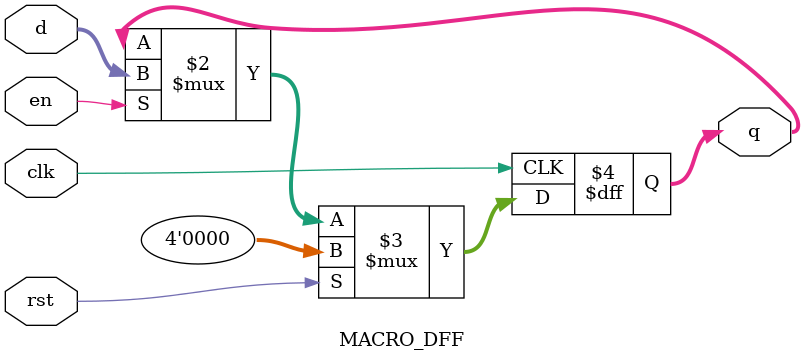
<source format=v>
module MACRO_INC(in, out);
  input [3:0] in;
  output [3:0] out;
  assign out = in + 4'd1;
endmodule

module MACRO_DFF(clk, rst, en, d, q);
  input clk, rst, en;
  input [3:0] d;
  output reg [3:0] q;
  always @(posedge clk)
    q <= rst ? 4'd0 : en ? d : q;
endmodule
</source>
